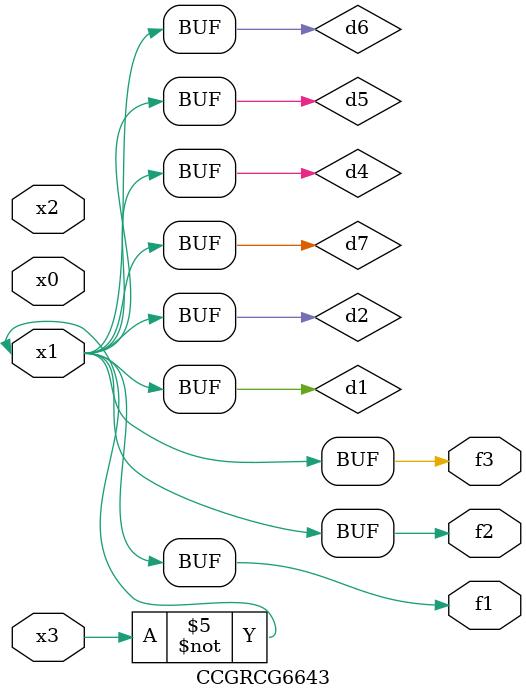
<source format=v>
module CCGRCG6643(
	input x0, x1, x2, x3,
	output f1, f2, f3
);

	wire d1, d2, d3, d4, d5, d6, d7;

	not (d1, x3);
	buf (d2, x1);
	xnor (d3, d1, d2);
	nor (d4, d1);
	buf (d5, d1, d2);
	buf (d6, d4, d5);
	nand (d7, d4);
	assign f1 = d6;
	assign f2 = d7;
	assign f3 = d6;
endmodule

</source>
